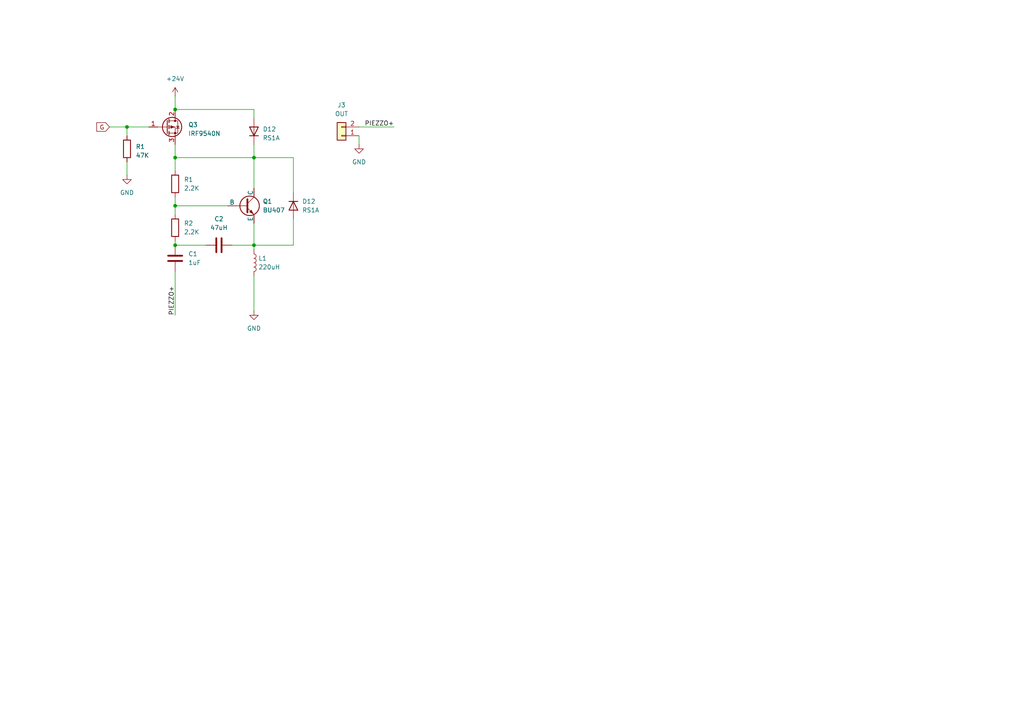
<source format=kicad_sch>
(kicad_sch (version 20230121) (generator eeschema)

  (uuid 59997182-5708-488d-9c38-9818056b2211)

  (paper "A4")

  (lib_symbols
    (symbol "Connector_Generic:Conn_01x02" (pin_names (offset 1.016) hide) (in_bom yes) (on_board yes)
      (property "Reference" "J" (at 0 2.54 0)
        (effects (font (size 1.27 1.27)))
      )
      (property "Value" "Conn_01x02" (at 0 -5.08 0)
        (effects (font (size 1.27 1.27)))
      )
      (property "Footprint" "" (at 0 0 0)
        (effects (font (size 1.27 1.27)) hide)
      )
      (property "Datasheet" "~" (at 0 0 0)
        (effects (font (size 1.27 1.27)) hide)
      )
      (property "ki_keywords" "connector" (at 0 0 0)
        (effects (font (size 1.27 1.27)) hide)
      )
      (property "ki_description" "Generic connector, single row, 01x02, script generated (kicad-library-utils/schlib/autogen/connector/)" (at 0 0 0)
        (effects (font (size 1.27 1.27)) hide)
      )
      (property "ki_fp_filters" "Connector*:*_1x??_*" (at 0 0 0)
        (effects (font (size 1.27 1.27)) hide)
      )
      (symbol "Conn_01x02_1_1"
        (rectangle (start -1.27 -2.413) (end 0 -2.667)
          (stroke (width 0.1524) (type default))
          (fill (type none))
        )
        (rectangle (start -1.27 0.127) (end 0 -0.127)
          (stroke (width 0.1524) (type default))
          (fill (type none))
        )
        (rectangle (start -1.27 1.27) (end 1.27 -3.81)
          (stroke (width 0.254) (type default))
          (fill (type background))
        )
        (pin passive line (at -5.08 0 0) (length 3.81)
          (name "Pin_1" (effects (font (size 1.27 1.27))))
          (number "1" (effects (font (size 1.27 1.27))))
        )
        (pin passive line (at -5.08 -2.54 0) (length 3.81)
          (name "Pin_2" (effects (font (size 1.27 1.27))))
          (number "2" (effects (font (size 1.27 1.27))))
        )
      )
    )
    (symbol "Device:C" (pin_numbers hide) (pin_names (offset 0.254)) (in_bom yes) (on_board yes)
      (property "Reference" "C" (at 0.635 2.54 0)
        (effects (font (size 1.27 1.27)) (justify left))
      )
      (property "Value" "C" (at 0.635 -2.54 0)
        (effects (font (size 1.27 1.27)) (justify left))
      )
      (property "Footprint" "" (at 0.9652 -3.81 0)
        (effects (font (size 1.27 1.27)) hide)
      )
      (property "Datasheet" "~" (at 0 0 0)
        (effects (font (size 1.27 1.27)) hide)
      )
      (property "ki_keywords" "cap capacitor" (at 0 0 0)
        (effects (font (size 1.27 1.27)) hide)
      )
      (property "ki_description" "Unpolarized capacitor" (at 0 0 0)
        (effects (font (size 1.27 1.27)) hide)
      )
      (property "ki_fp_filters" "C_*" (at 0 0 0)
        (effects (font (size 1.27 1.27)) hide)
      )
      (symbol "C_0_1"
        (polyline
          (pts
            (xy -2.032 -0.762)
            (xy 2.032 -0.762)
          )
          (stroke (width 0.508) (type default))
          (fill (type none))
        )
        (polyline
          (pts
            (xy -2.032 0.762)
            (xy 2.032 0.762)
          )
          (stroke (width 0.508) (type default))
          (fill (type none))
        )
      )
      (symbol "C_1_1"
        (pin passive line (at 0 3.81 270) (length 2.794)
          (name "~" (effects (font (size 1.27 1.27))))
          (number "1" (effects (font (size 1.27 1.27))))
        )
        (pin passive line (at 0 -3.81 90) (length 2.794)
          (name "~" (effects (font (size 1.27 1.27))))
          (number "2" (effects (font (size 1.27 1.27))))
        )
      )
    )
    (symbol "Device:D" (pin_numbers hide) (pin_names (offset 1.016) hide) (in_bom yes) (on_board yes)
      (property "Reference" "D" (at 0 2.54 0)
        (effects (font (size 1.27 1.27)))
      )
      (property "Value" "D" (at 0 -2.54 0)
        (effects (font (size 1.27 1.27)))
      )
      (property "Footprint" "" (at 0 0 0)
        (effects (font (size 1.27 1.27)) hide)
      )
      (property "Datasheet" "~" (at 0 0 0)
        (effects (font (size 1.27 1.27)) hide)
      )
      (property "Sim.Device" "D" (at 0 0 0)
        (effects (font (size 1.27 1.27)) hide)
      )
      (property "Sim.Pins" "1=K 2=A" (at 0 0 0)
        (effects (font (size 1.27 1.27)) hide)
      )
      (property "ki_keywords" "diode" (at 0 0 0)
        (effects (font (size 1.27 1.27)) hide)
      )
      (property "ki_description" "Diode" (at 0 0 0)
        (effects (font (size 1.27 1.27)) hide)
      )
      (property "ki_fp_filters" "TO-???* *_Diode_* *SingleDiode* D_*" (at 0 0 0)
        (effects (font (size 1.27 1.27)) hide)
      )
      (symbol "D_0_1"
        (polyline
          (pts
            (xy -1.27 1.27)
            (xy -1.27 -1.27)
          )
          (stroke (width 0.254) (type default))
          (fill (type none))
        )
        (polyline
          (pts
            (xy 1.27 0)
            (xy -1.27 0)
          )
          (stroke (width 0) (type default))
          (fill (type none))
        )
        (polyline
          (pts
            (xy 1.27 1.27)
            (xy 1.27 -1.27)
            (xy -1.27 0)
            (xy 1.27 1.27)
          )
          (stroke (width 0.254) (type default))
          (fill (type none))
        )
      )
      (symbol "D_1_1"
        (pin passive line (at -3.81 0 0) (length 2.54)
          (name "K" (effects (font (size 1.27 1.27))))
          (number "1" (effects (font (size 1.27 1.27))))
        )
        (pin passive line (at 3.81 0 180) (length 2.54)
          (name "A" (effects (font (size 1.27 1.27))))
          (number "2" (effects (font (size 1.27 1.27))))
        )
      )
    )
    (symbol "Device:L" (pin_numbers hide) (pin_names (offset 1.016) hide) (in_bom yes) (on_board yes)
      (property "Reference" "L" (at -1.27 0 90)
        (effects (font (size 1.27 1.27)))
      )
      (property "Value" "L" (at 1.905 0 90)
        (effects (font (size 1.27 1.27)))
      )
      (property "Footprint" "" (at 0 0 0)
        (effects (font (size 1.27 1.27)) hide)
      )
      (property "Datasheet" "~" (at 0 0 0)
        (effects (font (size 1.27 1.27)) hide)
      )
      (property "ki_keywords" "inductor choke coil reactor magnetic" (at 0 0 0)
        (effects (font (size 1.27 1.27)) hide)
      )
      (property "ki_description" "Inductor" (at 0 0 0)
        (effects (font (size 1.27 1.27)) hide)
      )
      (property "ki_fp_filters" "Choke_* *Coil* Inductor_* L_*" (at 0 0 0)
        (effects (font (size 1.27 1.27)) hide)
      )
      (symbol "L_0_1"
        (arc (start 0 -2.54) (mid 0.6323 -1.905) (end 0 -1.27)
          (stroke (width 0) (type default))
          (fill (type none))
        )
        (arc (start 0 -1.27) (mid 0.6323 -0.635) (end 0 0)
          (stroke (width 0) (type default))
          (fill (type none))
        )
        (arc (start 0 0) (mid 0.6323 0.635) (end 0 1.27)
          (stroke (width 0) (type default))
          (fill (type none))
        )
        (arc (start 0 1.27) (mid 0.6323 1.905) (end 0 2.54)
          (stroke (width 0) (type default))
          (fill (type none))
        )
      )
      (symbol "L_1_1"
        (pin passive line (at 0 3.81 270) (length 1.27)
          (name "1" (effects (font (size 1.27 1.27))))
          (number "1" (effects (font (size 1.27 1.27))))
        )
        (pin passive line (at 0 -3.81 90) (length 1.27)
          (name "2" (effects (font (size 1.27 1.27))))
          (number "2" (effects (font (size 1.27 1.27))))
        )
      )
    )
    (symbol "Device:R" (pin_numbers hide) (pin_names (offset 0)) (in_bom yes) (on_board yes)
      (property "Reference" "R" (at 2.032 0 90)
        (effects (font (size 1.27 1.27)))
      )
      (property "Value" "R" (at 0 0 90)
        (effects (font (size 1.27 1.27)))
      )
      (property "Footprint" "" (at -1.778 0 90)
        (effects (font (size 1.27 1.27)) hide)
      )
      (property "Datasheet" "~" (at 0 0 0)
        (effects (font (size 1.27 1.27)) hide)
      )
      (property "ki_keywords" "R res resistor" (at 0 0 0)
        (effects (font (size 1.27 1.27)) hide)
      )
      (property "ki_description" "Resistor" (at 0 0 0)
        (effects (font (size 1.27 1.27)) hide)
      )
      (property "ki_fp_filters" "R_*" (at 0 0 0)
        (effects (font (size 1.27 1.27)) hide)
      )
      (symbol "R_0_1"
        (rectangle (start -1.016 -2.54) (end 1.016 2.54)
          (stroke (width 0.254) (type default))
          (fill (type none))
        )
      )
      (symbol "R_1_1"
        (pin passive line (at 0 3.81 270) (length 1.27)
          (name "~" (effects (font (size 1.27 1.27))))
          (number "1" (effects (font (size 1.27 1.27))))
        )
        (pin passive line (at 0 -3.81 90) (length 1.27)
          (name "~" (effects (font (size 1.27 1.27))))
          (number "2" (effects (font (size 1.27 1.27))))
        )
      )
    )
    (symbol "Simulation_SPICE:NPN" (pin_numbers hide) (pin_names (offset 0)) (in_bom yes) (on_board yes)
      (property "Reference" "Q" (at -2.54 7.62 0)
        (effects (font (size 1.27 1.27)))
      )
      (property "Value" "NPN" (at -2.54 5.08 0)
        (effects (font (size 1.27 1.27)))
      )
      (property "Footprint" "" (at 63.5 0 0)
        (effects (font (size 1.27 1.27)) hide)
      )
      (property "Datasheet" "~" (at 63.5 0 0)
        (effects (font (size 1.27 1.27)) hide)
      )
      (property "Sim.Device" "NPN" (at 0 0 0)
        (effects (font (size 1.27 1.27)) hide)
      )
      (property "Sim.Type" "GUMMELPOON" (at 0 0 0)
        (effects (font (size 1.27 1.27)) hide)
      )
      (property "Sim.Pins" "1=C 2=B 3=E" (at 0 0 0)
        (effects (font (size 1.27 1.27)) hide)
      )
      (property "ki_keywords" "simulation" (at 0 0 0)
        (effects (font (size 1.27 1.27)) hide)
      )
      (property "ki_description" "Bipolar transistor symbol for simulation only, substrate tied to the emitter" (at 0 0 0)
        (effects (font (size 1.27 1.27)) hide)
      )
      (symbol "NPN_0_1"
        (polyline
          (pts
            (xy -2.54 0)
            (xy 0.635 0)
          )
          (stroke (width 0.1524) (type default))
          (fill (type none))
        )
        (polyline
          (pts
            (xy 0.635 0.635)
            (xy 2.54 2.54)
          )
          (stroke (width 0) (type default))
          (fill (type none))
        )
        (polyline
          (pts
            (xy 2.794 -1.27)
            (xy 2.794 -1.27)
          )
          (stroke (width 0.1524) (type default))
          (fill (type none))
        )
        (polyline
          (pts
            (xy 2.794 -1.27)
            (xy 2.794 -1.27)
          )
          (stroke (width 0.1524) (type default))
          (fill (type none))
        )
        (polyline
          (pts
            (xy 0.635 -0.635)
            (xy 2.54 -2.54)
            (xy 2.54 -2.54)
          )
          (stroke (width 0) (type default))
          (fill (type none))
        )
        (polyline
          (pts
            (xy 0.635 1.905)
            (xy 0.635 -1.905)
            (xy 0.635 -1.905)
          )
          (stroke (width 0.508) (type default))
          (fill (type none))
        )
        (polyline
          (pts
            (xy 1.27 -1.778)
            (xy 1.778 -1.27)
            (xy 2.286 -2.286)
            (xy 1.27 -1.778)
            (xy 1.27 -1.778)
          )
          (stroke (width 0) (type default))
          (fill (type outline))
        )
        (circle (center 1.27 0) (radius 2.8194)
          (stroke (width 0.254) (type default))
          (fill (type none))
        )
      )
      (symbol "NPN_1_1"
        (pin open_collector line (at 2.54 5.08 270) (length 2.54)
          (name "C" (effects (font (size 1.27 1.27))))
          (number "1" (effects (font (size 1.27 1.27))))
        )
        (pin input line (at -5.08 0 0) (length 2.54)
          (name "B" (effects (font (size 1.27 1.27))))
          (number "2" (effects (font (size 1.27 1.27))))
        )
        (pin open_emitter line (at 2.54 -5.08 90) (length 2.54)
          (name "E" (effects (font (size 1.27 1.27))))
          (number "3" (effects (font (size 1.27 1.27))))
        )
      )
    )
    (symbol "Transistor_FET:IRF9540N" (pin_names hide) (in_bom yes) (on_board yes)
      (property "Reference" "Q" (at 5.08 1.905 0)
        (effects (font (size 1.27 1.27)) (justify left))
      )
      (property "Value" "IRF9540N" (at 5.08 0 0)
        (effects (font (size 1.27 1.27)) (justify left))
      )
      (property "Footprint" "Package_TO_SOT_THT:TO-220-3_Vertical" (at 5.08 -1.905 0)
        (effects (font (size 1.27 1.27) italic) (justify left) hide)
      )
      (property "Datasheet" "http://www.irf.com/product-info/datasheets/data/irf9540n.pdf" (at 0 0 0)
        (effects (font (size 1.27 1.27)) (justify left) hide)
      )
      (property "ki_keywords" "P-Channel MOSFET HEXFET" (at 0 0 0)
        (effects (font (size 1.27 1.27)) hide)
      )
      (property "ki_description" "-23A Id, -100V Vds, 117mOhm Rds, P-Channel HEXFET Power MOSFET, TO-220" (at 0 0 0)
        (effects (font (size 1.27 1.27)) hide)
      )
      (property "ki_fp_filters" "TO?220*" (at 0 0 0)
        (effects (font (size 1.27 1.27)) hide)
      )
      (symbol "IRF9540N_0_1"
        (polyline
          (pts
            (xy 0.254 0)
            (xy -2.54 0)
          )
          (stroke (width 0) (type default))
          (fill (type none))
        )
        (polyline
          (pts
            (xy 0.254 1.905)
            (xy 0.254 -1.905)
          )
          (stroke (width 0.254) (type default))
          (fill (type none))
        )
        (polyline
          (pts
            (xy 0.762 -1.27)
            (xy 0.762 -2.286)
          )
          (stroke (width 0.254) (type default))
          (fill (type none))
        )
        (polyline
          (pts
            (xy 0.762 0.508)
            (xy 0.762 -0.508)
          )
          (stroke (width 0.254) (type default))
          (fill (type none))
        )
        (polyline
          (pts
            (xy 0.762 2.286)
            (xy 0.762 1.27)
          )
          (stroke (width 0.254) (type default))
          (fill (type none))
        )
        (polyline
          (pts
            (xy 2.54 2.54)
            (xy 2.54 1.778)
          )
          (stroke (width 0) (type default))
          (fill (type none))
        )
        (polyline
          (pts
            (xy 2.54 -2.54)
            (xy 2.54 0)
            (xy 0.762 0)
          )
          (stroke (width 0) (type default))
          (fill (type none))
        )
        (polyline
          (pts
            (xy 0.762 1.778)
            (xy 3.302 1.778)
            (xy 3.302 -1.778)
            (xy 0.762 -1.778)
          )
          (stroke (width 0) (type default))
          (fill (type none))
        )
        (polyline
          (pts
            (xy 2.286 0)
            (xy 1.27 0.381)
            (xy 1.27 -0.381)
            (xy 2.286 0)
          )
          (stroke (width 0) (type default))
          (fill (type outline))
        )
        (polyline
          (pts
            (xy 2.794 -0.508)
            (xy 2.921 -0.381)
            (xy 3.683 -0.381)
            (xy 3.81 -0.254)
          )
          (stroke (width 0) (type default))
          (fill (type none))
        )
        (polyline
          (pts
            (xy 3.302 -0.381)
            (xy 2.921 0.254)
            (xy 3.683 0.254)
            (xy 3.302 -0.381)
          )
          (stroke (width 0) (type default))
          (fill (type none))
        )
        (circle (center 1.651 0) (radius 2.794)
          (stroke (width 0.254) (type default))
          (fill (type none))
        )
        (circle (center 2.54 -1.778) (radius 0.254)
          (stroke (width 0) (type default))
          (fill (type outline))
        )
        (circle (center 2.54 1.778) (radius 0.254)
          (stroke (width 0) (type default))
          (fill (type outline))
        )
      )
      (symbol "IRF9540N_1_1"
        (pin input line (at -5.08 0 0) (length 2.54)
          (name "G" (effects (font (size 1.27 1.27))))
          (number "1" (effects (font (size 1.27 1.27))))
        )
        (pin passive line (at 2.54 5.08 270) (length 2.54)
          (name "D" (effects (font (size 1.27 1.27))))
          (number "2" (effects (font (size 1.27 1.27))))
        )
        (pin passive line (at 2.54 -5.08 90) (length 2.54)
          (name "S" (effects (font (size 1.27 1.27))))
          (number "3" (effects (font (size 1.27 1.27))))
        )
      )
    )
    (symbol "power:+24V" (power) (pin_names (offset 0)) (in_bom yes) (on_board yes)
      (property "Reference" "#PWR" (at 0 -3.81 0)
        (effects (font (size 1.27 1.27)) hide)
      )
      (property "Value" "+24V" (at 0 3.556 0)
        (effects (font (size 1.27 1.27)))
      )
      (property "Footprint" "" (at 0 0 0)
        (effects (font (size 1.27 1.27)) hide)
      )
      (property "Datasheet" "" (at 0 0 0)
        (effects (font (size 1.27 1.27)) hide)
      )
      (property "ki_keywords" "global power" (at 0 0 0)
        (effects (font (size 1.27 1.27)) hide)
      )
      (property "ki_description" "Power symbol creates a global label with name \"+24V\"" (at 0 0 0)
        (effects (font (size 1.27 1.27)) hide)
      )
      (symbol "+24V_0_1"
        (polyline
          (pts
            (xy -0.762 1.27)
            (xy 0 2.54)
          )
          (stroke (width 0) (type default))
          (fill (type none))
        )
        (polyline
          (pts
            (xy 0 0)
            (xy 0 2.54)
          )
          (stroke (width 0) (type default))
          (fill (type none))
        )
        (polyline
          (pts
            (xy 0 2.54)
            (xy 0.762 1.27)
          )
          (stroke (width 0) (type default))
          (fill (type none))
        )
      )
      (symbol "+24V_1_1"
        (pin power_in line (at 0 0 90) (length 0) hide
          (name "+24V" (effects (font (size 1.27 1.27))))
          (number "1" (effects (font (size 1.27 1.27))))
        )
      )
    )
    (symbol "power:GND" (power) (pin_names (offset 0)) (in_bom yes) (on_board yes)
      (property "Reference" "#PWR" (at 0 -6.35 0)
        (effects (font (size 1.27 1.27)) hide)
      )
      (property "Value" "GND" (at 0 -3.81 0)
        (effects (font (size 1.27 1.27)))
      )
      (property "Footprint" "" (at 0 0 0)
        (effects (font (size 1.27 1.27)) hide)
      )
      (property "Datasheet" "" (at 0 0 0)
        (effects (font (size 1.27 1.27)) hide)
      )
      (property "ki_keywords" "global power" (at 0 0 0)
        (effects (font (size 1.27 1.27)) hide)
      )
      (property "ki_description" "Power symbol creates a global label with name \"GND\" , ground" (at 0 0 0)
        (effects (font (size 1.27 1.27)) hide)
      )
      (symbol "GND_0_1"
        (polyline
          (pts
            (xy 0 0)
            (xy 0 -1.27)
            (xy 1.27 -1.27)
            (xy 0 -2.54)
            (xy -1.27 -1.27)
            (xy 0 -1.27)
          )
          (stroke (width 0) (type default))
          (fill (type none))
        )
      )
      (symbol "GND_1_1"
        (pin power_in line (at 0 0 270) (length 0) hide
          (name "GND" (effects (font (size 1.27 1.27))))
          (number "1" (effects (font (size 1.27 1.27))))
        )
      )
    )
  )

  (junction (at 50.8 31.75) (diameter 0) (color 0 0 0 0)
    (uuid 137f73c4-6b9f-47c0-9038-a334f87118f9)
  )
  (junction (at 73.66 45.72) (diameter 0) (color 0 0 0 0)
    (uuid 1c03725c-e389-446f-a5a6-59ed315adabe)
  )
  (junction (at 36.83 36.83) (diameter 0) (color 0 0 0 0)
    (uuid 2ae4ab77-4d8e-42aa-9e36-0a30cbc7e02e)
  )
  (junction (at 50.8 59.69) (diameter 0) (color 0 0 0 0)
    (uuid 329bddba-c958-4b0a-bb40-ccd329c3b8eb)
  )
  (junction (at 73.66 71.12) (diameter 0) (color 0 0 0 0)
    (uuid 9ded3d56-d126-4114-b983-0bf9dc5359ab)
  )
  (junction (at 50.8 45.72) (diameter 0) (color 0 0 0 0)
    (uuid b859afa4-c16c-4605-b7fd-d5fc0dbb7b62)
  )
  (junction (at 50.8 71.12) (diameter 0) (color 0 0 0 0)
    (uuid c658b6e5-638f-43b9-a41e-8ac863031a45)
  )

  (wire (pts (xy 50.8 41.91) (xy 50.8 45.72))
    (stroke (width 0) (type default))
    (uuid 004c9329-40a0-42ce-aa27-d3b21a40cb45)
  )
  (wire (pts (xy 104.14 39.37) (xy 104.14 41.91))
    (stroke (width 0) (type default))
    (uuid 034cbc1d-8b2f-4660-bbbb-acc31a458ff6)
  )
  (wire (pts (xy 85.09 63.5) (xy 85.09 71.12))
    (stroke (width 0) (type default))
    (uuid 157df2b8-fca7-47ea-b073-9be0a7cdeb0e)
  )
  (wire (pts (xy 36.83 39.37) (xy 36.83 36.83))
    (stroke (width 0) (type default))
    (uuid 1aae5c28-9a93-4f0a-8fa2-50f33985dd31)
  )
  (wire (pts (xy 50.8 27.94) (xy 50.8 31.75))
    (stroke (width 0) (type default))
    (uuid 1ee795c0-9ea2-47a2-af0f-c84aabe946c7)
  )
  (wire (pts (xy 104.14 36.83) (xy 114.3 36.83))
    (stroke (width 0) (type default))
    (uuid 2f37d034-cded-4ccd-811b-14bb4c48be99)
  )
  (wire (pts (xy 50.8 59.69) (xy 50.8 57.15))
    (stroke (width 0) (type default))
    (uuid 32ed5886-af47-437d-9c9a-2eebe21bb1d7)
  )
  (wire (pts (xy 73.66 45.72) (xy 85.09 45.72))
    (stroke (width 0) (type default))
    (uuid 33b4823c-832e-488e-b273-398916a2dea4)
  )
  (wire (pts (xy 31.75 36.83) (xy 36.83 36.83))
    (stroke (width 0) (type default))
    (uuid 41558364-43a9-47b0-93c3-5969b785c8b1)
  )
  (wire (pts (xy 73.66 31.75) (xy 73.66 34.29))
    (stroke (width 0) (type default))
    (uuid 41fdc12c-f2e3-461b-8d4e-c76877e37113)
  )
  (wire (pts (xy 50.8 71.12) (xy 59.69 71.12))
    (stroke (width 0) (type default))
    (uuid 50cb2a66-5278-4aeb-9f8f-a7865696cf62)
  )
  (wire (pts (xy 73.66 80.01) (xy 73.66 90.17))
    (stroke (width 0) (type default))
    (uuid 55837a8c-7ed5-4062-85d2-b47dd8a49290)
  )
  (wire (pts (xy 50.8 45.72) (xy 73.66 45.72))
    (stroke (width 0) (type default))
    (uuid 5bbd4621-5003-426a-ae9b-70b75ba760bc)
  )
  (wire (pts (xy 50.8 59.69) (xy 50.8 62.23))
    (stroke (width 0) (type default))
    (uuid 6370972c-e4a5-4dd0-9599-894aa68774f7)
  )
  (wire (pts (xy 66.04 59.69) (xy 50.8 59.69))
    (stroke (width 0) (type default))
    (uuid 6f07a1e9-a06f-4c8a-9229-62dcdf3c1d4b)
  )
  (wire (pts (xy 50.8 78.74) (xy 50.8 91.44))
    (stroke (width 0) (type default))
    (uuid 73fd8646-8211-4d44-8c7b-b148850ed9d6)
  )
  (wire (pts (xy 50.8 31.75) (xy 73.66 31.75))
    (stroke (width 0) (type default))
    (uuid 74081fc2-d061-4528-9326-6959d872a214)
  )
  (wire (pts (xy 50.8 69.85) (xy 50.8 71.12))
    (stroke (width 0) (type default))
    (uuid 77efc8a3-2e67-485c-9fe5-9c847a7e8287)
  )
  (wire (pts (xy 36.83 46.99) (xy 36.83 50.8))
    (stroke (width 0) (type default))
    (uuid 807343f5-fd63-4a58-a01c-5a41c405818e)
  )
  (wire (pts (xy 73.66 71.12) (xy 73.66 72.39))
    (stroke (width 0) (type default))
    (uuid 8525a188-95e5-4314-99da-47f20b9a3fe0)
  )
  (wire (pts (xy 73.66 71.12) (xy 85.09 71.12))
    (stroke (width 0) (type default))
    (uuid 8678558e-5a33-4837-b5a8-5ded4cf70108)
  )
  (wire (pts (xy 36.83 36.83) (xy 43.18 36.83))
    (stroke (width 0) (type default))
    (uuid 8f291523-9dac-4b46-bc49-0d9d1b5c4cc5)
  )
  (wire (pts (xy 85.09 45.72) (xy 85.09 55.88))
    (stroke (width 0) (type default))
    (uuid 9972163a-f486-46e2-bbaa-8d4321b6fd7b)
  )
  (wire (pts (xy 73.66 64.77) (xy 73.66 71.12))
    (stroke (width 0) (type default))
    (uuid a0428fba-b35e-427e-8d3a-3cb2a2b147de)
  )
  (wire (pts (xy 67.31 71.12) (xy 73.66 71.12))
    (stroke (width 0) (type default))
    (uuid aaffeb64-49d9-4d02-bf95-e73be30a10e6)
  )
  (wire (pts (xy 73.66 41.91) (xy 73.66 45.72))
    (stroke (width 0) (type default))
    (uuid e4addf14-88c7-4f78-829c-743bb8eeb145)
  )
  (wire (pts (xy 50.8 45.72) (xy 50.8 49.53))
    (stroke (width 0) (type default))
    (uuid e77d6ae6-1a30-4bc7-b713-cc5d2a499a68)
  )
  (wire (pts (xy 73.66 45.72) (xy 73.66 54.61))
    (stroke (width 0) (type default))
    (uuid e7ed2b1f-fa9e-4ceb-ba06-8e564629a28e)
  )

  (label "PIEZZO+" (at 50.8 91.44 90) (fields_autoplaced)
    (effects (font (size 1.27 1.27)) (justify left bottom))
    (uuid 423b4b6c-ec71-4a46-a6b5-f219b67e165b)
  )
  (label "PIEZZO+" (at 114.3 36.83 180) (fields_autoplaced)
    (effects (font (size 1.27 1.27)) (justify right bottom))
    (uuid 6ecf4593-e08e-4179-a894-fd8d25699b2b)
  )

  (global_label "G" (shape input) (at 31.75 36.83 180) (fields_autoplaced)
    (effects (font (size 1.27 1.27)) (justify right))
    (uuid f0cc0642-32d4-4507-9059-45df3fcdf135)
    (property "Intersheetrefs" "${INTERSHEET_REFS}" (at 27.5742 36.83 0)
      (effects (font (size 1.27 1.27)) (justify right) hide)
    )
  )

  (symbol (lib_id "power:+24V") (at 50.8 27.94 0) (unit 1)
    (in_bom yes) (on_board yes) (dnp no) (fields_autoplaced)
    (uuid 0836ded2-3ca9-45dc-9eae-b06b65f569fb)
    (property "Reference" "#PWR07" (at 50.8 31.75 0)
      (effects (font (size 1.27 1.27)) hide)
    )
    (property "Value" "+24V" (at 50.8 22.86 0)
      (effects (font (size 1.27 1.27)))
    )
    (property "Footprint" "" (at 50.8 27.94 0)
      (effects (font (size 1.27 1.27)) hide)
    )
    (property "Datasheet" "" (at 50.8 27.94 0)
      (effects (font (size 1.27 1.27)) hide)
    )
    (pin "1" (uuid 1b431fa6-1357-4eac-ade2-4915370f9a3b))
    (instances
      (project "piezzo"
        (path "/2a569c31-bb52-4c3d-ae7f-45f2860154f7/cc7bb8c8-5930-44af-a0ae-13376e6493f2"
          (reference "#PWR07") (unit 1)
        )
        (path "/2a569c31-bb52-4c3d-ae7f-45f2860154f7/092e4065-9cc0-463e-917a-ffeeee1dfa12"
          (reference "#PWR03") (unit 1)
        )
      )
    )
  )

  (symbol (lib_id "Device:D") (at 73.66 38.1 90) (unit 1)
    (in_bom yes) (on_board yes) (dnp no) (fields_autoplaced)
    (uuid 1924e67d-a92f-48fc-bd25-53aa0704828f)
    (property "Reference" "D12" (at 76.2 37.465 90)
      (effects (font (size 1.27 1.27)) (justify right))
    )
    (property "Value" "RS1A" (at 76.2 40.005 90)
      (effects (font (size 1.27 1.27)) (justify right))
    )
    (property "Footprint" "Diode_SMD:D_MELF" (at 73.66 38.1 0)
      (effects (font (size 1.27 1.27)) hide)
    )
    (property "Datasheet" "~" (at 73.66 38.1 0)
      (effects (font (size 1.27 1.27)) hide)
    )
    (property "Sim.Device" "D" (at 73.66 38.1 0)
      (effects (font (size 1.27 1.27)) hide)
    )
    (property "Sim.Pins" "1=K 2=A" (at 73.66 38.1 0)
      (effects (font (size 1.27 1.27)) hide)
    )
    (pin "1" (uuid 069df551-f179-484a-8efe-4f51e7eec506))
    (pin "2" (uuid 65ac9d05-a021-4490-a4e2-09f32514e7ee))
    (instances
      (project "piezzo"
        (path "/2a569c31-bb52-4c3d-ae7f-45f2860154f7"
          (reference "D12") (unit 1)
        )
        (path "/2a569c31-bb52-4c3d-ae7f-45f2860154f7/092e4065-9cc0-463e-917a-ffeeee1dfa12"
          (reference "D14") (unit 1)
        )
      )
    )
  )

  (symbol (lib_id "Device:R") (at 36.83 43.18 180) (unit 1)
    (in_bom yes) (on_board yes) (dnp no) (fields_autoplaced)
    (uuid 1ac3d606-9b2e-4758-ab52-3d23745f4f90)
    (property "Reference" "R1" (at 39.37 42.545 0)
      (effects (font (size 1.27 1.27)) (justify right))
    )
    (property "Value" "47K" (at 39.37 45.085 0)
      (effects (font (size 1.27 1.27)) (justify right))
    )
    (property "Footprint" "Resistor_SMD:R_0603_1608Metric" (at 38.608 43.18 90)
      (effects (font (size 1.27 1.27)) hide)
    )
    (property "Datasheet" "~" (at 36.83 43.18 0)
      (effects (font (size 1.27 1.27)) hide)
    )
    (pin "1" (uuid 3fc0b065-6ee0-40db-bc4a-0e70ac4af48d))
    (pin "2" (uuid bc9f5d86-f5c9-43f9-b613-01b76c94e1a6))
    (instances
      (project "piezzo"
        (path "/2a569c31-bb52-4c3d-ae7f-45f2860154f7"
          (reference "R1") (unit 1)
        )
        (path "/2a569c31-bb52-4c3d-ae7f-45f2860154f7/092e4065-9cc0-463e-917a-ffeeee1dfa12"
          (reference "R12") (unit 1)
        )
      )
    )
  )

  (symbol (lib_id "power:GND") (at 36.83 50.8 0) (unit 1)
    (in_bom yes) (on_board yes) (dnp no) (fields_autoplaced)
    (uuid 25d5caad-0649-49c9-9a33-05605b63ac53)
    (property "Reference" "#PWR01" (at 36.83 57.15 0)
      (effects (font (size 1.27 1.27)) hide)
    )
    (property "Value" "GND" (at 36.83 55.88 0)
      (effects (font (size 1.27 1.27)))
    )
    (property "Footprint" "" (at 36.83 50.8 0)
      (effects (font (size 1.27 1.27)) hide)
    )
    (property "Datasheet" "" (at 36.83 50.8 0)
      (effects (font (size 1.27 1.27)) hide)
    )
    (pin "1" (uuid db497b5e-e54b-4295-95a0-d62d5716ee9f))
    (instances
      (project "piezzo"
        (path "/2a569c31-bb52-4c3d-ae7f-45f2860154f7"
          (reference "#PWR01") (unit 1)
        )
        (path "/2a569c31-bb52-4c3d-ae7f-45f2860154f7/092e4065-9cc0-463e-917a-ffeeee1dfa12"
          (reference "#PWR01") (unit 1)
        )
      )
    )
  )

  (symbol (lib_id "Device:C") (at 50.8 74.93 0) (unit 1)
    (in_bom yes) (on_board yes) (dnp no) (fields_autoplaced)
    (uuid 37e4f2f4-2cff-4993-aac0-40d95874ceea)
    (property "Reference" "C1" (at 54.61 73.66 0)
      (effects (font (size 1.27 1.27)) (justify left))
    )
    (property "Value" "1uF" (at 54.61 76.2 0)
      (effects (font (size 1.27 1.27)) (justify left))
    )
    (property "Footprint" "Capacitor_SMD:C_0603_1608Metric" (at 51.7652 78.74 0)
      (effects (font (size 1.27 1.27)) hide)
    )
    (property "Datasheet" "~" (at 50.8 74.93 0)
      (effects (font (size 1.27 1.27)) hide)
    )
    (pin "1" (uuid 4cf5f6a5-9a10-4508-ac05-4697e0493342))
    (pin "2" (uuid 72b53fe3-f14b-41b3-9748-509c39f289e0))
    (instances
      (project "piezzo"
        (path "/2a569c31-bb52-4c3d-ae7f-45f2860154f7"
          (reference "C1") (unit 1)
        )
        (path "/2a569c31-bb52-4c3d-ae7f-45f2860154f7/092e4065-9cc0-463e-917a-ffeeee1dfa12"
          (reference "C1") (unit 1)
        )
      )
    )
  )

  (symbol (lib_id "Device:L") (at 73.66 76.2 0) (unit 1)
    (in_bom yes) (on_board yes) (dnp no) (fields_autoplaced)
    (uuid 3afe80b0-42b5-44a3-8c36-2bc7b9750e44)
    (property "Reference" "L1" (at 74.93 74.93 0)
      (effects (font (size 1.27 1.27)) (justify left))
    )
    (property "Value" "220uH" (at 74.93 77.47 0)
      (effects (font (size 1.27 1.27)) (justify left))
    )
    (property "Footprint" "Inductor_THT:L_Radial_D10.0mm_P5.00mm_Fastron_07M" (at 73.66 76.2 0)
      (effects (font (size 1.27 1.27)) hide)
    )
    (property "Datasheet" "~" (at 73.66 76.2 0)
      (effects (font (size 1.27 1.27)) hide)
    )
    (pin "1" (uuid ac6c939e-d1b0-4bea-a2e0-407a76478465))
    (pin "2" (uuid e4f7720e-a132-4837-93db-0371119b24f8))
    (instances
      (project "piezzo"
        (path "/2a569c31-bb52-4c3d-ae7f-45f2860154f7"
          (reference "L1") (unit 1)
        )
        (path "/2a569c31-bb52-4c3d-ae7f-45f2860154f7/092e4065-9cc0-463e-917a-ffeeee1dfa12"
          (reference "L1") (unit 1)
        )
      )
    )
  )

  (symbol (lib_id "Device:R") (at 50.8 53.34 0) (unit 1)
    (in_bom yes) (on_board yes) (dnp no) (fields_autoplaced)
    (uuid 5bfc48ed-0655-4e24-830d-5f11da09f084)
    (property "Reference" "R1" (at 53.34 52.07 0)
      (effects (font (size 1.27 1.27)) (justify left))
    )
    (property "Value" "2.2K" (at 53.34 54.61 0)
      (effects (font (size 1.27 1.27)) (justify left))
    )
    (property "Footprint" "Resistor_SMD:R_0603_1608Metric" (at 49.022 53.34 90)
      (effects (font (size 1.27 1.27)) hide)
    )
    (property "Datasheet" "~" (at 50.8 53.34 0)
      (effects (font (size 1.27 1.27)) hide)
    )
    (pin "1" (uuid f72aa53d-ba5a-4af9-b9e0-3c16227a998f))
    (pin "2" (uuid 6cd69dc0-a406-403c-a81a-84d3d334eec1))
    (instances
      (project "piezzo"
        (path "/2a569c31-bb52-4c3d-ae7f-45f2860154f7"
          (reference "R1") (unit 1)
        )
        (path "/2a569c31-bb52-4c3d-ae7f-45f2860154f7/092e4065-9cc0-463e-917a-ffeeee1dfa12"
          (reference "R1") (unit 1)
        )
      )
    )
  )

  (symbol (lib_id "power:GND") (at 73.66 90.17 0) (unit 1)
    (in_bom yes) (on_board yes) (dnp no) (fields_autoplaced)
    (uuid 60bcbdbf-39a9-4290-86b3-918bf4910e82)
    (property "Reference" "#PWR01" (at 73.66 96.52 0)
      (effects (font (size 1.27 1.27)) hide)
    )
    (property "Value" "GND" (at 73.66 95.25 0)
      (effects (font (size 1.27 1.27)))
    )
    (property "Footprint" "" (at 73.66 90.17 0)
      (effects (font (size 1.27 1.27)) hide)
    )
    (property "Datasheet" "" (at 73.66 90.17 0)
      (effects (font (size 1.27 1.27)) hide)
    )
    (pin "1" (uuid 978b1c4c-431c-4f9d-86f4-de357f0c430b))
    (instances
      (project "piezzo"
        (path "/2a569c31-bb52-4c3d-ae7f-45f2860154f7"
          (reference "#PWR01") (unit 1)
        )
        (path "/2a569c31-bb52-4c3d-ae7f-45f2860154f7/092e4065-9cc0-463e-917a-ffeeee1dfa12"
          (reference "#PWR020") (unit 1)
        )
      )
    )
  )

  (symbol (lib_id "Transistor_FET:IRF9540N") (at 48.26 36.83 0) (unit 1)
    (in_bom yes) (on_board yes) (dnp no) (fields_autoplaced)
    (uuid 652cfa61-8964-4757-93ef-e45b182752be)
    (property "Reference" "Q3" (at 54.61 36.195 0)
      (effects (font (size 1.27 1.27)) (justify left))
    )
    (property "Value" "IRF9540N" (at 54.61 38.735 0)
      (effects (font (size 1.27 1.27)) (justify left))
    )
    (property "Footprint" "Package_TO_SOT_THT:TO-220-3_Vertical" (at 53.34 38.735 0)
      (effects (font (size 1.27 1.27) italic) (justify left) hide)
    )
    (property "Datasheet" "http://www.irf.com/product-info/datasheets/data/irf9540n.pdf" (at 48.26 36.83 0)
      (effects (font (size 1.27 1.27)) (justify left) hide)
    )
    (pin "1" (uuid 39ccb591-7985-4a8b-a220-65509ff37ac4))
    (pin "2" (uuid 262ac171-9b35-4c53-aa9e-dd8eb82c2ad4))
    (pin "3" (uuid 2549fa37-eff8-43c2-8fd6-511bc744984c))
    (instances
      (project "piezzo"
        (path "/2a569c31-bb52-4c3d-ae7f-45f2860154f7/092e4065-9cc0-463e-917a-ffeeee1dfa12"
          (reference "Q3") (unit 1)
        )
      )
    )
  )

  (symbol (lib_id "Device:R") (at 50.8 66.04 180) (unit 1)
    (in_bom yes) (on_board yes) (dnp no) (fields_autoplaced)
    (uuid 77c6a1d5-4d96-40e8-bbf5-a8a98b6619d2)
    (property "Reference" "R2" (at 53.34 64.77 0)
      (effects (font (size 1.27 1.27)) (justify right))
    )
    (property "Value" "2.2K" (at 53.34 67.31 0)
      (effects (font (size 1.27 1.27)) (justify right))
    )
    (property "Footprint" "Resistor_SMD:R_0603_1608Metric" (at 52.578 66.04 90)
      (effects (font (size 1.27 1.27)) hide)
    )
    (property "Datasheet" "~" (at 50.8 66.04 0)
      (effects (font (size 1.27 1.27)) hide)
    )
    (pin "1" (uuid b7141c16-a603-4124-99d5-2a3df35d5ea6))
    (pin "2" (uuid f9406a86-3be8-4efb-a632-5346bc0cb2d8))
    (instances
      (project "piezzo"
        (path "/2a569c31-bb52-4c3d-ae7f-45f2860154f7"
          (reference "R2") (unit 1)
        )
        (path "/2a569c31-bb52-4c3d-ae7f-45f2860154f7/092e4065-9cc0-463e-917a-ffeeee1dfa12"
          (reference "R2") (unit 1)
        )
      )
    )
  )

  (symbol (lib_id "Connector_Generic:Conn_01x02") (at 99.06 39.37 180) (unit 1)
    (in_bom yes) (on_board yes) (dnp no) (fields_autoplaced)
    (uuid 9b3b6d43-1d82-4668-a9ae-b78bff263321)
    (property "Reference" "J3" (at 99.06 30.48 0)
      (effects (font (size 1.27 1.27)))
    )
    (property "Value" "OUT" (at 99.06 33.02 0)
      (effects (font (size 1.27 1.27)))
    )
    (property "Footprint" "Connector_PinHeader_2.54mm:PinHeader_1x02_P2.54mm_Vertical" (at 99.06 39.37 0)
      (effects (font (size 1.27 1.27)) hide)
    )
    (property "Datasheet" "~" (at 99.06 39.37 0)
      (effects (font (size 1.27 1.27)) hide)
    )
    (pin "1" (uuid 1be48188-424b-43fa-a3af-ba722e1c6bc0))
    (pin "2" (uuid a11729e0-b872-4983-b4d9-889c64e1343c))
    (instances
      (project "piezzo"
        (path "/2a569c31-bb52-4c3d-ae7f-45f2860154f7"
          (reference "J3") (unit 1)
        )
        (path "/2a569c31-bb52-4c3d-ae7f-45f2860154f7/092e4065-9cc0-463e-917a-ffeeee1dfa12"
          (reference "J3") (unit 1)
        )
      )
    )
  )

  (symbol (lib_id "Simulation_SPICE:NPN") (at 71.12 59.69 0) (unit 1)
    (in_bom yes) (on_board yes) (dnp no) (fields_autoplaced)
    (uuid 9f359646-1ce2-4951-87e4-8b2a968e2ac1)
    (property "Reference" "Q1" (at 76.2 58.42 0)
      (effects (font (size 1.27 1.27)) (justify left))
    )
    (property "Value" "BU407" (at 76.2 60.96 0)
      (effects (font (size 1.27 1.27)) (justify left))
    )
    (property "Footprint" "Package_TO_SOT_THT:TO-220-3_Vertical" (at 134.62 59.69 0)
      (effects (font (size 1.27 1.27)) hide)
    )
    (property "Datasheet" "~" (at 134.62 59.69 0)
      (effects (font (size 1.27 1.27)) hide)
    )
    (property "Sim.Device" "NPN" (at 71.12 59.69 0)
      (effects (font (size 1.27 1.27)) hide)
    )
    (property "Sim.Type" "GUMMELPOON" (at 71.12 59.69 0)
      (effects (font (size 1.27 1.27)) hide)
    )
    (property "Sim.Pins" "1=C 2=B 3=E" (at 71.12 59.69 0)
      (effects (font (size 1.27 1.27)) hide)
    )
    (pin "1" (uuid 3a3757d3-8e66-4177-9233-a0f6a903f9c0))
    (pin "2" (uuid 641e677d-00d9-43a1-b43e-5ae308f484d0))
    (pin "3" (uuid fe0713d0-47bb-4960-b56d-dbc2072bd88d))
    (instances
      (project "piezzo"
        (path "/2a569c31-bb52-4c3d-ae7f-45f2860154f7"
          (reference "Q1") (unit 1)
        )
        (path "/2a569c31-bb52-4c3d-ae7f-45f2860154f7/092e4065-9cc0-463e-917a-ffeeee1dfa12"
          (reference "Q1") (unit 1)
        )
      )
    )
  )

  (symbol (lib_id "Device:C") (at 63.5 71.12 90) (unit 1)
    (in_bom yes) (on_board yes) (dnp no) (fields_autoplaced)
    (uuid ba22ae66-f617-4d27-bcd7-e16c61631572)
    (property "Reference" "C2" (at 63.5 63.5 90)
      (effects (font (size 1.27 1.27)))
    )
    (property "Value" "47uH" (at 63.5 66.04 90)
      (effects (font (size 1.27 1.27)))
    )
    (property "Footprint" "Capacitor_SMD:C_0603_1608Metric" (at 67.31 70.1548 0)
      (effects (font (size 1.27 1.27)) hide)
    )
    (property "Datasheet" "~" (at 63.5 71.12 0)
      (effects (font (size 1.27 1.27)) hide)
    )
    (pin "1" (uuid a157e90c-d776-4cda-a2a0-bdfad67610de))
    (pin "2" (uuid c1bd9e11-4a19-4c3f-88a9-19d7f2d7ca3d))
    (instances
      (project "piezzo"
        (path "/2a569c31-bb52-4c3d-ae7f-45f2860154f7"
          (reference "C2") (unit 1)
        )
        (path "/2a569c31-bb52-4c3d-ae7f-45f2860154f7/092e4065-9cc0-463e-917a-ffeeee1dfa12"
          (reference "C2") (unit 1)
        )
      )
    )
  )

  (symbol (lib_id "Device:D") (at 85.09 59.69 270) (unit 1)
    (in_bom yes) (on_board yes) (dnp no) (fields_autoplaced)
    (uuid d308a736-e36c-4375-b8a8-b8bdcf7a8831)
    (property "Reference" "D12" (at 87.63 58.42 90)
      (effects (font (size 1.27 1.27)) (justify left))
    )
    (property "Value" "RS1A" (at 87.63 60.96 90)
      (effects (font (size 1.27 1.27)) (justify left))
    )
    (property "Footprint" "Diode_SMD:D_MELF" (at 85.09 59.69 0)
      (effects (font (size 1.27 1.27)) hide)
    )
    (property "Datasheet" "~" (at 85.09 59.69 0)
      (effects (font (size 1.27 1.27)) hide)
    )
    (property "Sim.Device" "D" (at 85.09 59.69 0)
      (effects (font (size 1.27 1.27)) hide)
    )
    (property "Sim.Pins" "1=K 2=A" (at 85.09 59.69 0)
      (effects (font (size 1.27 1.27)) hide)
    )
    (pin "1" (uuid c00e4071-d03a-4bde-aca2-5463da2385f4))
    (pin "2" (uuid eba51c11-e762-4dcd-8122-27fc70d70c1f))
    (instances
      (project "piezzo"
        (path "/2a569c31-bb52-4c3d-ae7f-45f2860154f7"
          (reference "D12") (unit 1)
        )
        (path "/2a569c31-bb52-4c3d-ae7f-45f2860154f7/092e4065-9cc0-463e-917a-ffeeee1dfa12"
          (reference "D12") (unit 1)
        )
      )
    )
  )

  (symbol (lib_id "power:GND") (at 104.14 41.91 0) (unit 1)
    (in_bom yes) (on_board yes) (dnp no) (fields_autoplaced)
    (uuid d96bba34-e70f-477d-addb-178dc0101cac)
    (property "Reference" "#PWR020" (at 104.14 48.26 0)
      (effects (font (size 1.27 1.27)) hide)
    )
    (property "Value" "GND" (at 104.14 46.99 0)
      (effects (font (size 1.27 1.27)))
    )
    (property "Footprint" "" (at 104.14 41.91 0)
      (effects (font (size 1.27 1.27)) hide)
    )
    (property "Datasheet" "" (at 104.14 41.91 0)
      (effects (font (size 1.27 1.27)) hide)
    )
    (pin "1" (uuid d4ad2860-7223-4c6f-88bd-9cdc89bbc559))
    (instances
      (project "piezzo"
        (path "/2a569c31-bb52-4c3d-ae7f-45f2860154f7"
          (reference "#PWR020") (unit 1)
        )
        (path "/2a569c31-bb52-4c3d-ae7f-45f2860154f7/092e4065-9cc0-463e-917a-ffeeee1dfa12"
          (reference "#PWR02") (unit 1)
        )
      )
    )
  )
)

</source>
